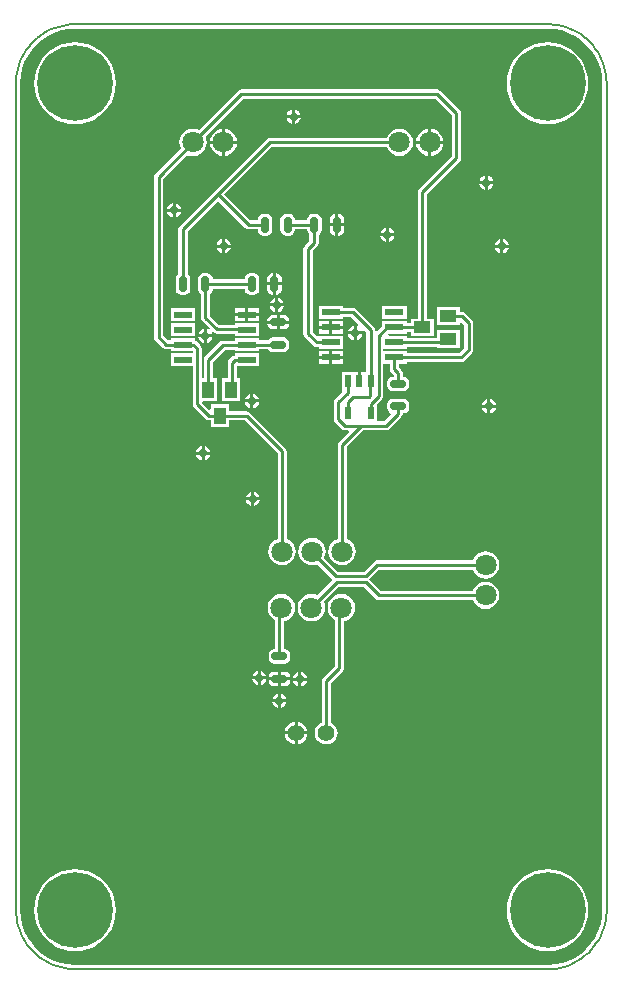
<source format=gtl>
%FSDAX24Y24*%
%MOIN*%
%SFA1B1*%

%IPPOS*%
%AMD10*
4,1,8,-0.025600,0.006900,-0.025600,-0.006900,-0.018700,-0.013800,0.018700,-0.013800,0.025600,-0.006900,0.025600,0.006900,0.018700,0.013800,-0.018700,0.013800,-0.025600,0.006900,0.0*
1,1,0.013800,-0.018700,0.006900*
1,1,0.013800,-0.018700,-0.006900*
1,1,0.013800,0.018700,-0.006900*
1,1,0.013800,0.018700,0.006900*
%
%AMD11*
4,1,8,-0.006900,-0.025600,0.006900,-0.025600,0.013800,-0.018700,0.013800,0.018700,0.006900,0.025600,-0.006900,0.025600,-0.013800,0.018700,-0.013800,-0.018700,-0.006900,-0.025600,0.0*
1,1,0.013800,-0.006900,-0.018700*
1,1,0.013800,0.006900,-0.018700*
1,1,0.013800,0.006900,0.018700*
1,1,0.013800,-0.006900,0.018700*
%
G04~CAMADD=10~8~0.0~0.0~276.0~512.0~69.0~0.0~15~0.0~0.0~0.0~0.0~0~0.0~0.0~0.0~0.0~0~0.0~0.0~0.0~90.0~512.0~276.0*
%ADD10D10*%
G04~CAMADD=11~8~0.0~0.0~276.0~512.0~69.0~0.0~15~0.0~0.0~0.0~0.0~0~0.0~0.0~0.0~0.0~0~0.0~0.0~0.0~180.0~276.0~512.0*
%ADD11D11*%
%ADD12R,0.055100X0.039400*%
%ADD13R,0.039400X0.055100*%
%ADD14R,0.061000X0.023600*%
%ADD15R,0.023600X0.041300*%
%ADD16C,0.010000*%
%ADD17C,0.007900*%
%ADD18C,0.055100*%
%ADD19C,0.070900*%
%ADD20C,0.252000*%
%ADD21C,0.027600*%
%LNcurrentsource-1*%
%LPD*%
G36*
X057325Y070710D02*
X057560Y070664D01*
X057786Y070587*
X058001Y070481*
X058200Y070348*
X058379Y070190*
X058537Y070011*
X058670Y069812*
X058776Y069597*
X058853Y069371*
X058899Y069136*
X058914Y068905*
X058913Y068898*
Y041339*
X058914Y041332*
X058899Y041100*
X058853Y040865*
X058776Y040639*
X058670Y040424*
X058537Y040226*
X058379Y040046*
X058200Y039888*
X058001Y039755*
X057786Y039650*
X057560Y039573*
X057325Y039526*
X057094Y039511*
X057087Y039512*
X041339*
X041332Y039511*
X041100Y039526*
X040865Y039573*
X040639Y039650*
X040424Y039755*
X040226Y039888*
X040046Y040046*
X039888Y040226*
X039755Y040424*
X039650Y040639*
X039573Y040865*
X039526Y041100*
X039511Y041332*
X039512Y041339*
Y068898*
X039511Y068904*
X039526Y069136*
X039573Y069371*
X039650Y069597*
X039755Y069812*
X039888Y070011*
X040046Y070190*
X040226Y070348*
X040424Y070481*
X040639Y070587*
X040865Y070664*
X041100Y070710*
X041332Y070725*
X041339Y070724*
X057087*
X057093Y070725*
X057325Y070710*
G37*
%LNcurrentsource-2*%
%LPC*%
G36*
X055180Y058373D02*
Y058190D01*
X055363*
X055354Y058233*
X055301Y058311*
X055223Y058364*
X055180Y058373*
G37*
G36*
X055080D02*
X055037Y058364D01*
X054959Y058311*
X054906Y058233*
X054897Y058190*
X055080*
Y058373*
G37*
G36*
X047463Y058260D02*
X047280D01*
Y058077*
X047323Y058086*
X047401Y058139*
X047454Y058217*
X047463Y058260*
G37*
G36*
X047465Y059902D02*
X046655D01*
Y059831*
X046625Y059825*
X046576Y059792*
X046476Y059692*
X046443Y059643*
X046431Y059584*
Y059059*
X046237*
Y058714*
X046231Y058683*
X046237Y058653*
Y058308*
X046831*
Y059059*
X046737*
Y059466*
X047465*
Y059902*
G37*
G36*
X049810Y059710D02*
X049455D01*
Y059542*
X049810*
Y059710*
G37*
G36*
X047280Y058543D02*
Y058360D01*
X047463*
X047454Y058403*
X047401Y058481*
X047323Y058534*
X047280Y058543*
G37*
G36*
X047180D02*
X047137Y058534D01*
X047059Y058481*
X047006Y058403*
X046997Y058360*
X047180*
Y058543*
G37*
G36*
X045560Y056803D02*
X045517Y056794D01*
X045439Y056741*
X045386Y056663*
X045377Y056620*
X045560*
Y056803*
G37*
G36*
X045843Y056520D02*
X045660D01*
Y056337*
X045703Y056346*
X045781Y056399*
X045834Y056477*
X045843Y056520*
G37*
G36*
X045560D02*
X045377D01*
X045386Y056477*
X045439Y056399*
X045517Y056346*
X045560Y056337*
Y056520*
G37*
G36*
X045660Y056803D02*
Y056620D01*
X045843*
X045834Y056663*
X045781Y056741*
X045703Y056794*
X045660Y056803*
G37*
G36*
X047180Y058260D02*
X046997D01*
X047006Y058217*
X047059Y058139*
X047137Y058086*
X047180Y058077*
Y058260*
G37*
G36*
X055363Y058090D02*
X055180D01*
Y057907*
X055223Y057916*
X055301Y057969*
X055354Y058047*
X055363Y058090*
G37*
G36*
X055080D02*
X054897D01*
X054906Y058047*
X054959Y057969*
X055037Y057916*
X055080Y057907*
Y058090*
G37*
G36*
X050265Y059710D02*
X049910D01*
Y059542*
X050265*
Y059710*
G37*
G36*
Y060710D02*
X049910D01*
Y060542*
X050265*
Y060710*
G37*
G36*
X049810D02*
X049455D01*
Y060542*
X049810*
Y060710*
G37*
G36*
X045630Y060713D02*
X045587Y060704D01*
X045509Y060651*
X045456Y060573*
X045447Y060530*
X045630*
Y060713*
G37*
G36*
X050620Y060813D02*
X050577Y060804D01*
X050499Y060751*
X050446Y060673*
X050437Y060630*
X050620*
Y060813*
G37*
G36*
X049810Y060978D02*
X049455D01*
Y060810*
X049810*
Y060978*
G37*
G36*
X048469Y060884D02*
X048160D01*
Y060693*
X048297*
X048363Y060706*
X048419Y060743*
X048456Y060799*
X048469Y060865*
Y060884*
G37*
G36*
X048060D02*
X047751D01*
Y060865*
X047764Y060799*
X047801Y060743*
X047857Y060706*
X047923Y060693*
X048060*
Y060884*
G37*
G36*
X045630Y060430D02*
X045447D01*
X045456Y060387*
X045509Y060309*
X045587Y060256*
X045630Y060247*
Y060430*
G37*
G36*
X050265Y059978D02*
X049910D01*
Y059810*
X050265*
Y059978*
G37*
G36*
X049810D02*
X049455D01*
Y059810*
X049810*
Y059978*
G37*
G36*
X045913Y060430D02*
X045730D01*
Y060247*
X045773Y060256*
X045851Y060309*
X045904Y060387*
X045913Y060430*
G37*
G36*
X045339Y060902D02*
X044529D01*
Y060466*
X045339*
Y060902*
G37*
G36*
X050903Y060530D02*
X050720D01*
Y060347*
X050763Y060356*
X050841Y060409*
X050894Y060487*
X050903Y060530*
G37*
G36*
X050620D02*
X050437D01*
X050446Y060487*
X050499Y060409*
X050577Y060356*
X050620Y060347*
Y060530*
G37*
G36*
X048100Y048553D02*
X048057Y048544D01*
X047979Y048491*
X047926Y048413*
X047917Y048370*
X048100*
Y048553*
G37*
G36*
X048383Y048270D02*
X048200D01*
Y048087*
X048243Y048096*
X048321Y048149*
X048374Y048227*
X048383Y048270*
G37*
G36*
X048100D02*
X047917D01*
X047926Y048227*
X047979Y048149*
X048057Y048096*
X048100Y048087*
Y048270*
G37*
G36*
X048200Y048553D02*
Y048370D01*
X048383*
X048374Y048413*
X048321Y048491*
X048243Y048544*
X048200Y048553*
G37*
G36*
X048780Y048990D02*
X048597D01*
X048606Y048947*
X048659Y048869*
X048737Y048816*
X048780Y048807*
Y048990*
G37*
G36*
X048509Y048996D02*
X048200D01*
Y048805*
X048337*
X048403Y048818*
X048459Y048855*
X048496Y048911*
X048509Y048977*
Y048996*
G37*
G36*
X048100D02*
X047791D01*
Y048977*
X047804Y048911*
X047841Y048855*
X047897Y048818*
X047963Y048805*
X048100*
Y048996*
G37*
G36*
X050213Y051878D02*
X050094Y051863D01*
X049983Y051817*
X049889Y051744*
X049816Y051649*
X049770Y051539*
X049754Y051420*
X049770Y051301*
X049816Y051191*
X049889Y051096*
X049983Y051023*
X049997Y051018*
Y049483*
X049604Y049091*
X049571Y049041*
X049560Y048983*
Y047587*
X049523Y047572*
X049445Y047512*
X049385Y047434*
X049347Y047342*
X049334Y047244*
X049347Y047146*
X049385Y047055*
X049445Y046976*
X049523Y046916*
X049615Y046878*
X049713Y046865*
X049811Y046878*
X049902Y046916*
X049980Y046976*
X050041Y047055*
X050079Y047146*
X050091Y047244*
X050079Y047342*
X050041Y047434*
X049980Y047512*
X049902Y047572*
X049866Y047587*
Y048919*
X050258Y049312*
X050291Y049361*
X050303Y049420*
Y050974*
X050331Y050977*
X050442Y051023*
X050537Y051096*
X050609Y051191*
X050655Y051301*
X050671Y051420*
X050655Y051539*
X050609Y051649*
X050537Y051744*
X050442Y051817*
X050331Y051863*
X050213Y051878*
G37*
G36*
X057087Y042703D02*
X056873Y042686D01*
X056665Y042636*
X056467Y042554*
X056285Y042442*
X056122Y042303*
X055983Y042140*
X055871Y041958*
X055789Y041760*
X055739Y041552*
X055723Y041339*
X055739Y041125*
X055789Y040917*
X055871Y040719*
X055983Y040537*
X056122Y040374*
X056285Y040235*
X056467Y040123*
X056665Y040041*
X056873Y039991*
X057087Y039975*
X057300Y039991*
X057508Y040041*
X057706Y040123*
X057888Y040235*
X058051Y040374*
X058190Y040537*
X058302Y040719*
X058384Y040917*
X058434Y041125*
X058451Y041339*
X058434Y041552*
X058384Y041760*
X058302Y041958*
X058190Y042140*
X058051Y042303*
X057888Y042442*
X057706Y042554*
X057508Y042636*
X057300Y042686*
X057087Y042703*
G37*
G36*
X041339D02*
X041125Y042686D01*
X040917Y042636*
X040719Y042554*
X040537Y042442*
X040374Y042303*
X040235Y042140*
X040123Y041958*
X040041Y041760*
X039991Y041552*
X039975Y041339*
X039991Y041125*
X040041Y040917*
X040123Y040719*
X040235Y040537*
X040374Y040374*
X040537Y040235*
X040719Y040123*
X040917Y040041*
X041125Y039991*
X041339Y039975*
X041552Y039991*
X041760Y040041*
X041958Y040123*
X042140Y040235*
X042303Y040374*
X042442Y040537*
X042554Y040719*
X042636Y040917*
X042686Y041125*
X042703Y041339*
X042686Y041552*
X042636Y041760*
X042554Y041958*
X042442Y042140*
X042303Y042303*
X042140Y042442*
X041958Y042554*
X041760Y042636*
X041552Y042686*
X041339Y042703*
G37*
G36*
X048663Y047194D02*
X048340D01*
X048347Y047146*
X048385Y047055*
X048445Y046976*
X048523Y046916*
X048615Y046878*
X048663Y046872*
Y047194*
G37*
G36*
X048763Y047616D02*
Y047294D01*
X049085*
X049079Y047342*
X049041Y047434*
X048980Y047512*
X048902Y047572*
X048811Y047610*
X048763Y047616*
G37*
G36*
X048663D02*
X048615Y047610D01*
X048523Y047572*
X048445Y047512*
X048385Y047434*
X048347Y047342*
X048340Y047294*
X048663*
Y047616*
G37*
G36*
X049085Y047194D02*
X048763D01*
Y046872*
X048811Y046878*
X048902Y046916*
X048980Y046976*
X049041Y047055*
X049079Y047146*
X049085Y047194*
G37*
G36*
X049063Y048990D02*
X048880D01*
Y048807*
X048923Y048816*
X049001Y048869*
X049054Y048947*
X049063Y048990*
G37*
G36*
X049240Y053748D02*
X049121Y053733D01*
X049011Y053687*
X048916Y053614*
X048843Y053519*
X048797Y053409*
X048782Y053290*
X048797Y053171*
X048843Y053061*
X048916Y052966*
X049011Y052893*
X049121Y052847*
X049240Y052832*
X049359Y052847*
X049414Y052870*
X049930Y052354*
X049407Y051831*
X049331Y051863*
X049213Y051878*
X049094Y051863*
X048983Y051817*
X048889Y051744*
X048816Y051649*
X048770Y051539*
X048754Y051420*
X048770Y051301*
X048816Y051191*
X048889Y051096*
X048983Y051023*
X049094Y050977*
X049213Y050962*
X049331Y050977*
X049442Y051023*
X049537Y051096*
X049609Y051191*
X049655Y051301*
X049671Y051420*
X049655Y051539*
X049624Y051615*
X050116Y052107*
X050967*
X051351Y051723*
X051400Y051690*
X051459Y051678*
X054592*
X054623Y051602*
X054696Y051507*
X054791Y051434*
X054901Y051389*
X055020Y051373*
X055139Y051389*
X055249Y051434*
X055344Y051507*
X055417Y051602*
X055463Y051713*
X055478Y051831*
X055463Y051950*
X055417Y052060*
X055344Y052155*
X055249Y052228*
X055139Y052274*
X055020Y052289*
X054901Y052274*
X054791Y052228*
X054696Y052155*
X054623Y052060*
X054592Y051984*
X051522*
X051141Y052365*
X051463Y052687*
X054592*
X054623Y052611*
X054696Y052516*
X054791Y052443*
X054901Y052397*
X055020Y052382*
X055139Y052397*
X055249Y052443*
X055344Y052516*
X055417Y052611*
X055463Y052721*
X055478Y052840*
X055463Y052959*
X055417Y053069*
X055344Y053164*
X055249Y053237*
X055139Y053283*
X055020Y053298*
X054901Y053283*
X054791Y053237*
X054696Y053164*
X054623Y053069*
X054592Y052993*
X051400*
X051341Y052981*
X051292Y052948*
X050957Y052613*
X050103*
X049642Y053074*
X049683Y053171*
X049698Y053290*
X049683Y053409*
X049637Y053519*
X049564Y053614*
X049469Y053687*
X049359Y053733*
X049240Y053748*
G37*
G36*
X048213Y051878D02*
X048094Y051863D01*
X047983Y051817*
X047889Y051744*
X047816Y051649*
X047770Y051539*
X047754Y051420*
X047770Y051301*
X047816Y051191*
X047889Y051096*
X047983Y051023*
X047997Y051018*
Y050035*
X047963*
X047897Y050022*
X047841Y049985*
X047804Y049929*
X047791Y049863*
Y049725*
X047804Y049659*
X047841Y049603*
X047897Y049566*
X047963Y049553*
X048337*
X048403Y049566*
X048459Y049603*
X048496Y049659*
X048509Y049725*
Y049863*
X048496Y049929*
X048459Y049985*
X048403Y050022*
X048337Y050035*
X048303*
Y050974*
X048331Y050977*
X048442Y051023*
X048537Y051096*
X048609Y051191*
X048655Y051301*
X048671Y051420*
X048655Y051539*
X048609Y051649*
X048537Y051744*
X048442Y051817*
X048331Y051863*
X048213Y051878*
G37*
G36*
X047530Y049313D02*
Y049130D01*
X047713*
X047704Y049173*
X047651Y049251*
X047573Y049304*
X047530Y049313*
G37*
G36*
X047210Y055000D02*
X047027D01*
X047036Y054957*
X047089Y054879*
X047167Y054826*
X047210Y054817*
Y055000*
G37*
G36*
X047310Y055283D02*
Y055100D01*
X047493*
X047484Y055143*
X047431Y055221*
X047353Y055274*
X047310Y055283*
G37*
G36*
X047210D02*
X047167Y055274D01*
X047089Y055221*
X047036Y055143*
X047027Y055100*
X047210*
Y055283*
G37*
G36*
X047493Y055000D02*
X047310D01*
Y054817*
X047353Y054826*
X047431Y054879*
X047484Y054957*
X047493Y055000*
G37*
G36*
X048780Y049273D02*
X048737Y049264D01*
X048659Y049211*
X048606Y049133*
X048597Y049090*
X048780*
Y049273*
G37*
G36*
X047713Y049030D02*
X047530D01*
Y048847*
X047573Y048856*
X047651Y048909*
X047704Y048987*
X047713Y049030*
G37*
G36*
X047430D02*
X047247D01*
X047256Y048987*
X047309Y048909*
X047387Y048856*
X047430Y048847*
Y049030*
G37*
G36*
X048880Y049273D02*
Y049090D01*
X049063*
X049054Y049133*
X049001Y049211*
X048923Y049264*
X048880Y049273*
G37*
G36*
X047430Y049313D02*
X047387Y049304D01*
X047309Y049251*
X047256Y049173*
X047247Y049130*
X047430*
Y049313*
G37*
G36*
X048337Y049287D02*
X048200D01*
Y049096*
X048509*
Y049115*
X048496Y049181*
X048459Y049237*
X048403Y049274*
X048337Y049287*
G37*
G36*
X048100D02*
X047963D01*
X047897Y049274*
X047841Y049237*
X047804Y049181*
X047791Y049115*
Y049096*
X048100*
Y049287*
G37*
G36*
X050265Y060978D02*
X049910D01*
Y060810*
X050265*
Y060978*
G37*
G36*
X044690Y064893D02*
Y064710D01*
X044873*
X044864Y064753*
X044811Y064831*
X044733Y064884*
X044690Y064893*
G37*
G36*
X044590D02*
X044547Y064884D01*
X044469Y064831*
X044416Y064753*
X044407Y064710*
X044590*
Y064893*
G37*
G36*
X044873Y064610D02*
X044690D01*
Y064427*
X044733Y064436*
X044811Y064489*
X044864Y064567*
X044873Y064610*
G37*
G36*
X055000Y065540D02*
X054817D01*
X054826Y065497*
X054879Y065419*
X054957Y065366*
X055000Y065357*
Y065540*
G37*
G36*
X055100Y065823D02*
Y065640D01*
X055283*
X055274Y065683*
X055221Y065761*
X055143Y065814*
X055100Y065823*
G37*
G36*
X055000D02*
X054957Y065814D01*
X054879Y065761*
X054826Y065683*
X054817Y065640*
X055000*
Y065823*
G37*
G36*
X055283Y065540D02*
X055100D01*
Y065357*
X055143Y065366*
X055221Y065419*
X055274Y065497*
X055283Y065540*
G37*
G36*
X051800Y064083D02*
Y063900D01*
X051983*
X051974Y063943*
X051921Y064021*
X051843Y064074*
X051800Y064083*
G37*
G36*
X051700D02*
X051657Y064074D01*
X051579Y064021*
X051526Y063943*
X051517Y063900*
X051700*
Y064083*
G37*
G36*
X050305Y064130D02*
X050114D01*
Y063821*
X050133*
X050199Y063834*
X050255Y063871*
X050292Y063927*
X050305Y063993*
Y064130*
G37*
G36*
X050014Y064539D02*
X049995D01*
X049929Y064526*
X049873Y064489*
X049836Y064433*
X049823Y064367*
Y064230*
X050014*
Y064539*
G37*
G36*
X044590Y064610D02*
X044407D01*
X044416Y064567*
X044469Y064489*
X044547Y064436*
X044590Y064427*
Y064610*
G37*
G36*
X049385Y064539D02*
X049247D01*
X049181Y064526*
X049125Y064489*
X049088Y064433*
X049075Y064367*
Y064333*
X048665*
Y064367*
X048652Y064433*
X048615Y064489*
X048559Y064526*
X048493Y064539*
X048355*
X048289Y064526*
X048233Y064489*
X048196Y064433*
X048183Y064367*
Y063993*
X048196Y063927*
X048233Y063871*
X048289Y063834*
X048355Y063821*
X048493*
X048559Y063834*
X048615Y063871*
X048652Y063927*
X048665Y063993*
Y064027*
X049075*
Y063993*
X049088Y063927*
X049125Y063871*
X049147Y063857*
Y063643*
X048992Y063488*
X048959Y063439*
X048947Y063380*
Y060550*
X048959Y060491*
X048992Y060442*
X049282Y060152*
X049331Y060119*
X049390Y060107*
X049455*
Y060042*
X050265*
Y060478*
X049455*
X049405Y060461*
X049253Y060613*
Y063317*
X049408Y063472*
X049441Y063521*
X049453Y063580*
Y063835*
X049507Y063871*
X049544Y063927*
X049557Y063993*
Y064367*
X049544Y064433*
X049507Y064489*
X049451Y064526*
X049385Y064539*
G37*
G36*
X050133D02*
X050114D01*
Y064230*
X050305*
Y064367*
X050292Y064433*
X050255Y064489*
X050199Y064526*
X050133Y064539*
G37*
G36*
X052150Y067387D02*
X052031Y067372D01*
X051920Y067326*
X051826Y067253*
X051753Y067158*
X051721Y067082*
X047829*
X047771Y067070*
X047721Y067037*
X045992Y065308*
X044828Y064144*
X044795Y064095*
X044783Y064036*
Y062544*
X044745Y062519*
X044708Y062463*
X044695Y062397*
Y062023*
X044708Y061957*
X044745Y061901*
X044801Y061864*
X044867Y061851*
X045005*
X045071Y061864*
X045127Y061901*
X045164Y061957*
X045177Y062023*
Y062397*
X045164Y062463*
X045127Y062519*
X045089Y062544*
Y063973*
X046100Y064984*
X047012Y064072*
X047061Y064039*
X047120Y064027*
X047435*
Y063993*
X047448Y063927*
X047485Y063871*
X047541Y063834*
X047607Y063821*
X047745*
X047811Y063834*
X047867Y063871*
X047904Y063927*
X047917Y063993*
Y064367*
X047904Y064433*
X047867Y064489*
X047811Y064526*
X047745Y064539*
X047607*
X047541Y064526*
X047485Y064489*
X047448Y064433*
X047435Y064367*
Y064333*
X047183*
X046316Y065200*
X047892Y066776*
X051721*
X051753Y066700*
X051826Y066605*
X051920Y066532*
X052031Y066487*
X052150Y066471*
X052268Y066487*
X052379Y066532*
X052474Y066605*
X052546Y066700*
X052592Y066811*
X052608Y066929*
X052592Y067048*
X052546Y067158*
X052474Y067253*
X052379Y067326*
X052268Y067372*
X052150Y067387*
G37*
G36*
X057087Y070262D02*
X056873Y070245D01*
X056665Y070195*
X056467Y070113*
X056285Y070001*
X056122Y069862*
X055983Y069699*
X055871Y069517*
X055789Y069319*
X055739Y069111*
X055723Y068898*
X055739Y068684*
X055789Y068476*
X055871Y068278*
X055983Y068096*
X056122Y067933*
X056285Y067794*
X056467Y067682*
X056665Y067600*
X056873Y067550*
X057087Y067534*
X057300Y067550*
X057508Y067600*
X057706Y067682*
X057888Y067794*
X058051Y067933*
X058190Y068096*
X058302Y068278*
X058384Y068476*
X058434Y068684*
X058451Y068898*
X058434Y069111*
X058384Y069319*
X058302Y069517*
X058190Y069699*
X058051Y069862*
X057888Y070001*
X057706Y070113*
X057508Y070195*
X057300Y070245*
X057087Y070262*
G37*
G36*
X041339D02*
X041125Y070245D01*
X040917Y070195*
X040719Y070113*
X040537Y070001*
X040374Y069862*
X040235Y069699*
X040123Y069517*
X040041Y069319*
X039991Y069111*
X039975Y068898*
X039991Y068684*
X040041Y068476*
X040123Y068278*
X040235Y068096*
X040374Y067933*
X040537Y067794*
X040719Y067682*
X040917Y067600*
X041125Y067550*
X041339Y067534*
X041552Y067550*
X041760Y067600*
X041958Y067682*
X042140Y067794*
X042303Y067933*
X042442Y068096*
X042554Y068278*
X042636Y068476*
X042686Y068684*
X042703Y068898*
X042686Y069111*
X042636Y069319*
X042554Y069517*
X042442Y069699*
X042303Y069862*
X042140Y070001*
X041958Y070113*
X041760Y070195*
X041552Y070245*
X041339Y070262*
G37*
G36*
X053208Y067381D02*
Y066979D01*
X053610*
X053601Y067048*
X053555Y067158*
X053482Y067253*
X053388Y067326*
X053277Y067372*
X053208Y067381*
G37*
G36*
X048570Y067740D02*
X048387D01*
X048396Y067697*
X048449Y067619*
X048527Y067566*
X048570Y067557*
Y067740*
G37*
G36*
X048670Y068023D02*
Y067840D01*
X048853*
X048844Y067883*
X048791Y067961*
X048713Y068014*
X048670Y068023*
G37*
G36*
X048570D02*
X048527Y068014D01*
X048449Y067961*
X048396Y067883*
X048387Y067840*
X048570*
Y068023*
G37*
G36*
X048853Y067740D02*
X048670D01*
Y067557*
X048713Y067566*
X048791Y067619*
X048844Y067697*
X048853Y067740*
G37*
G36*
X053108Y066879D02*
X052707D01*
X052716Y066811*
X052762Y066700*
X052834Y066605*
X052929Y066532*
X053040Y066487*
X053108Y066477*
Y066879*
G37*
G36*
X046736D02*
X046334D01*
Y066477*
X046403Y066487*
X046514Y066532*
X046608Y066605*
X046681Y066700*
X046727Y066811*
X046736Y066879*
G37*
G36*
X046234D02*
X045833D01*
X045842Y066811*
X045888Y066700*
X045960Y066605*
X046055Y066532*
X046166Y066487*
X046234Y066477*
Y066879*
G37*
G36*
X053610D02*
X053208D01*
Y066477*
X053277Y066487*
X053388Y066532*
X053482Y066605*
X053555Y066700*
X053601Y066811*
X053610Y066879*
G37*
G36*
X053108Y067381D02*
X053040Y067372D01*
X052929Y067326*
X052834Y067253*
X052762Y067158*
X052716Y067048*
X052707Y066979*
X053108*
Y067381*
G37*
G36*
X046334D02*
Y066979D01*
X046736*
X046727Y067048*
X046681Y067158*
X046608Y067253*
X046514Y067326*
X046403Y067372*
X046334Y067381*
G37*
G36*
X046234D02*
X046166Y067372D01*
X046055Y067326*
X045960Y067253*
X045888Y067158*
X045842Y067048*
X045833Y066979*
X046234*
Y067381*
G37*
G36*
X048010Y061460D02*
X047827D01*
X047836Y061417*
X047889Y061339*
X047967Y061286*
X048010Y061277*
Y061460*
G37*
G36*
X047465Y061402D02*
X047110D01*
Y061234*
X047465*
Y061402*
G37*
G36*
X047010D02*
X046655D01*
Y061234*
X047010*
Y061402*
G37*
G36*
X048293Y061460D02*
X048110D01*
Y061277*
X048153Y061286*
X048231Y061339*
X048284Y061417*
X048293Y061460*
G37*
G36*
X047934Y062160D02*
X047743D01*
Y062023*
X047756Y061957*
X047793Y061901*
X047849Y061864*
X047915Y061851*
X047934*
Y062160*
G37*
G36*
X048110Y061743D02*
Y061560D01*
X048293*
X048284Y061603*
X048231Y061681*
X048153Y061734*
X048110Y061743*
G37*
G36*
X048010D02*
X047967Y061734D01*
X047889Y061681*
X047836Y061603*
X047827Y061560*
X048010*
Y061743*
G37*
G36*
X047010Y061134D02*
X046655D01*
Y060966*
X047010*
Y061134*
G37*
G36*
X045339Y061402D02*
X044529D01*
Y060966*
X045339*
Y061402*
G37*
G36*
X053410Y068693D02*
X046886D01*
X046828Y068681*
X046778Y068648*
X045470Y067340*
X045394Y067372*
X045276Y067387*
X045157Y067372*
X045046Y067326*
X044952Y067253*
X044879Y067158*
X044833Y067048*
X044817Y066929*
X044833Y066811*
X044865Y066734*
X044012Y065882*
X043979Y065832*
X043967Y065774*
Y060450*
X043979Y060391*
X044012Y060342*
X044278Y060076*
X044327Y060043*
X044386Y060031*
X044529*
Y059966*
X045257*
Y059902*
X044529*
Y059466*
X045257*
Y058210*
X045269Y058151*
X045302Y058102*
X045695Y057709*
X045744Y057676*
X045803Y057664*
X045863*
Y057442*
X046457*
Y057664*
X046990*
X048087Y056567*
Y053718*
X048011Y053687*
X047916Y053614*
X047843Y053519*
X047797Y053409*
X047782Y053290*
X047797Y053171*
X047843Y053061*
X047916Y052966*
X048011Y052893*
X048121Y052847*
X048240Y052832*
X048359Y052847*
X048469Y052893*
X048564Y052966*
X048637Y053061*
X048683Y053171*
X048698Y053290*
X048683Y053409*
X048637Y053519*
X048564Y053614*
X048469Y053687*
X048393Y053718*
Y056630*
X048381Y056689*
X048348Y056738*
X047161Y057925*
X047111Y057958*
X047053Y057970*
X046457*
Y058193*
X045863*
Y058038*
X045817Y058019*
X045579Y058258*
X045599Y058308*
X046083*
Y059059*
X045939*
Y059623*
X046323Y060007*
X046655*
Y059966*
X047465*
Y060031*
X047777*
X047801Y059995*
X047857Y059958*
X047923Y059945*
X048297*
X048363Y059958*
X048419Y059995*
X048456Y060051*
X048469Y060117*
Y060255*
X048456Y060321*
X048419Y060377*
X048363Y060414*
X048297Y060427*
X047923*
X047857Y060414*
X047801Y060377*
X047775Y060337*
X047465*
Y060402*
X046655*
Y060313*
X046260*
X046201Y060301*
X046152Y060268*
X045678Y059794*
X045645Y059745*
X045633Y059686*
Y059059*
X045563*
Y060060*
X045551Y060119*
X045518Y060168*
X045394Y060292*
X045345Y060325*
X045339Y060326*
Y060402*
X044529*
Y060337*
X044449*
X044273Y060513*
Y065710*
X045081Y066518*
X045157Y066487*
X045276Y066471*
X045394Y066487*
X045505Y066532*
X045600Y066605*
X045672Y066700*
X045718Y066811*
X045734Y066929*
X045718Y067048*
X045687Y067124*
X046950Y068387*
X053347*
X053897Y067837*
Y066473*
X052809Y065385*
X052776Y065336*
X052764Y065277*
Y061057*
X052541*
Y060913*
X052391*
Y060978*
X051581*
Y060807*
X051390Y060616*
X051340Y060637*
Y060663*
X051328Y060722*
X051295Y060772*
X050698Y061368*
X050649Y061401*
X050590Y061413*
X050265*
Y061478*
X049455*
Y061042*
X050265*
Y061107*
X050527*
X050771Y060862*
X050770Y060853*
X050720Y060819*
Y060630*
X050909*
X050943Y060680*
X050952Y060681*
X051034Y060600*
Y059278*
X050863*
Y058972*
X050763*
Y059278*
X050220*
Y058665*
X050228*
X050249Y058615*
X050002Y058368*
X049969Y058319*
X049957Y058260*
Y057700*
X049969Y057642*
X050002Y057592*
X050222Y057372*
X050272Y057339*
X050330Y057327*
X050445*
X050465Y057281*
X050132Y056948*
X050099Y056899*
X050087Y056840*
Y053718*
X050011Y053687*
X049916Y053614*
X049843Y053519*
X049797Y053409*
X049782Y053290*
X049797Y053171*
X049843Y053061*
X049916Y052966*
X050011Y052893*
X050121Y052847*
X050240Y052832*
X050359Y052847*
X050469Y052893*
X050564Y052966*
X050637Y053061*
X050683Y053171*
X050698Y053290*
X050683Y053409*
X050637Y053519*
X050564Y053614*
X050469Y053687*
X050393Y053718*
Y056777*
X050943Y057327*
X051710*
X051769Y057339*
X051818Y057372*
X051832Y057393*
X052218Y057779*
X052251Y057829*
X052263Y057887*
Y057895*
X052297*
X052363Y057908*
X052419Y057945*
X052456Y058001*
X052469Y058067*
Y058205*
X052456Y058271*
X052419Y058327*
X052363Y058364*
X052297Y058377*
X051923*
X051857Y058364*
X051801Y058327*
X051764Y058271*
X051751Y058205*
Y058067*
X051764Y058001*
X051801Y057945*
X051849Y057913*
X051866Y057859*
X051640Y057633*
X051405*
Y058215*
X051438Y058249*
X051568Y058379*
X051601Y058429*
X051613Y058487*
Y059542*
X051833*
Y059374*
X051845Y059315*
X051878Y059266*
X051957Y059187*
Y059125*
X051923*
X051857Y059112*
X051801Y059075*
X051764Y059019*
X051751Y058953*
Y058815*
X051764Y058749*
X051801Y058693*
X051857Y058656*
X051923Y058643*
X052297*
X052363Y058656*
X052419Y058693*
X052456Y058749*
X052469Y058815*
Y058953*
X052456Y059019*
X052419Y059075*
X052363Y059112*
X052297Y059125*
X052263*
Y059250*
X052251Y059309*
X052218Y059358*
X052139Y059437*
Y059542*
X052391*
Y059607*
X054200*
X054259Y059619*
X054308Y059652*
X054568Y059912*
X054601Y059961*
X054613Y060020*
Y060900*
X054601Y060959*
X054568Y061008*
X054334Y061242*
X054285Y061275*
X054226Y061287*
X054159*
Y061431*
X053408*
Y060837*
X054159*
Y060914*
X054209Y060935*
X054307Y060837*
Y060083*
X054137Y059913*
X052391*
Y059978*
X051613*
Y060042*
X052391*
Y060107*
X053408*
Y060089*
X054159*
Y060683*
X053408*
Y060413*
X052391*
Y060478*
X051793*
X051768Y060528*
X051777Y060542*
X052391*
Y060607*
X052541*
Y060463*
X053293*
Y061057*
X053070*
Y065214*
X054158Y066302*
X054191Y066351*
X054203Y066410*
Y067900*
X054191Y067959*
X054158Y068008*
X053518Y068648*
X053469Y068681*
X053410Y068693*
G37*
G36*
X047465Y061134D02*
X047110D01*
Y060966*
X047465*
Y061134*
G37*
G36*
X052391Y061478D02*
X051581D01*
Y061042*
X052391*
Y061478*
G37*
G36*
X048297Y061175D02*
X048160D01*
Y060984*
X048469*
Y061003*
X048456Y061069*
X048419Y061125*
X048363Y061162*
X048297Y061175*
G37*
G36*
X048060D02*
X047923D01*
X047857Y061162*
X047801Y061125*
X047764Y061069*
X047751Y061003*
Y060984*
X048060*
Y061175*
G37*
G36*
X048225Y062160D02*
X048034D01*
Y061851*
X048053*
X048119Y061864*
X048175Y061901*
X048212Y061957*
X048225Y062023*
Y062160*
G37*
G36*
X055510Y063703D02*
X055467Y063694D01*
X055389Y063641*
X055336Y063563*
X055327Y063520*
X055510*
Y063703*
G37*
G36*
X046340D02*
Y063520D01*
X046523*
X046514Y063563*
X046461Y063641*
X046383Y063694*
X046340Y063703*
G37*
G36*
X046240D02*
X046197Y063694D01*
X046119Y063641*
X046066Y063563*
X046057Y063520*
X046240*
Y063703*
G37*
G36*
X055610D02*
Y063520D01*
X055793*
X055784Y063563*
X055731Y063641*
X055653Y063694*
X055610Y063703*
G37*
G36*
X050014Y064130D02*
X049823D01*
Y063993*
X049836Y063927*
X049873Y063871*
X049929Y063834*
X049995Y063821*
X050014*
Y064130*
G37*
G36*
X051983Y063800D02*
X051800D01*
Y063617*
X051843Y063626*
X051921Y063679*
X051974Y063757*
X051983Y063800*
G37*
G36*
X051700D02*
X051517D01*
X051526Y063757*
X051579Y063679*
X051657Y063626*
X051700Y063617*
Y063800*
G37*
G36*
X047305Y062569D02*
X047167D01*
X047101Y062556*
X047045Y062519*
X047008Y062463*
X046995Y062397*
Y062363*
X045925*
Y062397*
X045912Y062463*
X045875Y062519*
X045819Y062556*
X045753Y062569*
X045615*
X045549Y062556*
X045493Y062519*
X045456Y062463*
X045443Y062397*
Y062023*
X045456Y061957*
X045493Y061901*
X045531Y061876*
Y061086*
X045543Y061027*
X045576Y060978*
X045823Y060730*
X045792Y060691*
X045773Y060704*
X045730Y060713*
Y060530*
X045913*
X045904Y060573*
X045891Y060592*
X045930Y060623*
X045962Y060592*
X046011Y060559*
X046070Y060547*
X046655*
Y060466*
X047465*
Y060902*
X046655*
Y060853*
X046133*
X045837Y061149*
Y061876*
X045875Y061901*
X045912Y061957*
X045925Y062023*
Y062057*
X046995*
Y062023*
X047008Y061957*
X047045Y061901*
X047101Y061864*
X047167Y061851*
X047305*
X047371Y061864*
X047427Y061901*
X047464Y061957*
X047477Y062023*
Y062397*
X047464Y062463*
X047427Y062519*
X047371Y062556*
X047305Y062569*
G37*
G36*
X048053D02*
X048034D01*
Y062260*
X048225*
Y062397*
X048212Y062463*
X048175Y062519*
X048119Y062556*
X048053Y062569*
G37*
G36*
X047934D02*
X047915D01*
X047849Y062556*
X047793Y062519*
X047756Y062463*
X047743Y062397*
Y062260*
X047934*
Y062569*
G37*
G36*
X046240Y063420D02*
X046057D01*
X046066Y063377*
X046119Y063299*
X046197Y063246*
X046240Y063237*
Y063420*
G37*
G36*
X055793D02*
X055610D01*
Y063237*
X055653Y063246*
X055731Y063299*
X055784Y063377*
X055793Y063420*
G37*
G36*
X055510D02*
X055327D01*
X055336Y063377*
X055389Y063299*
X055467Y063246*
X055510Y063237*
Y063420*
G37*
G36*
X046523D02*
X046340D01*
Y063237*
X046383Y063246*
X046461Y063299*
X046514Y063377*
X046523Y063420*
G37*
%LNcurrentsource-3*%
%LPD*%
G54D10*
X048110Y060934D03*
Y060186D03*
X052110Y058884D03*
Y058136D03*
X048150Y049046D03*
Y049794D03*
G54D11*
X047236Y062210D03*
X047984D03*
X045684D03*
X044936D03*
X047676Y064180D03*
X048424D03*
X049316D03*
X050064D03*
G54D12*
X053783Y061134D03*
Y060386D03*
X052917Y060760D03*
G54D13*
X045786Y058683D03*
X046534D03*
X046160Y057817D03*
G54D14*
X049860Y060760D03*
Y061260D03*
Y060260D03*
Y059760D03*
X051986Y061260D03*
Y060760D03*
Y059760D03*
Y060260D03*
X047060Y060184D03*
Y059684D03*
Y060684D03*
Y061184D03*
X044934Y059684D03*
Y060184D03*
Y061184D03*
Y060684D03*
G54D15*
X050439Y057909D03*
X051187D03*
X050439Y058972D03*
X050813D03*
X051187D03*
G54D16*
X049300Y064164D02*
X049316Y064180D01*
X049300Y063580D02*
Y064164D01*
X049100Y063380D02*
X049300Y063580D01*
X049100Y060550D02*
Y063380D01*
Y060550D02*
X049390Y060260D01*
X049860*
X048424Y064180D02*
X049316D01*
X046100Y065200D02*
X047829Y066929D01*
X044936Y064036D02*
X046100Y065200D01*
X047120Y064180D02*
X047676D01*
X046100Y065200D02*
X047120Y064180D01*
X044936Y062210D02*
Y064036D01*
X046886Y068540D02*
X053410D01*
X045276Y066929D02*
X046886Y068540D01*
X053410D02*
X054050Y067900D01*
Y066410D02*
Y067900D01*
X052917Y065277D02*
X054050Y066410D01*
X052917Y060760D02*
Y065277D01*
X047829Y066929D02*
X052150D01*
X044120Y060450D02*
Y065774D01*
X045276Y066929*
X047053Y057817D02*
X048240Y056630D01*
Y053290D02*
Y056630D01*
X051703Y057480D02*
X051710D01*
X050880D02*
X051703D01*
X050330D02*
X050880D01*
X050240Y056840D02*
X050880Y057480D01*
X050240Y053290D02*
Y056840D01*
X050150Y049420D02*
Y051420D01*
X049713Y048983D02*
X050150Y049420D01*
X049713Y047244D02*
Y048983D01*
X051030Y052260D02*
X051459Y051831D01*
X050053Y052260D02*
X051030D01*
X049213Y051420D02*
X050053Y052260D01*
X051459Y051831D02*
X055020D01*
X049240Y053260D02*
Y053290D01*
Y053260D02*
X050040Y052460D01*
X051020*
X051400Y052840*
X055020*
X044120Y060450D02*
X044386Y060184D01*
X044934*
X050110Y057700D02*
Y058260D01*
Y057700D02*
X050330Y057480D01*
X050110Y058260D02*
X050439Y058589D01*
Y058972*
X051460Y060470D02*
X051750Y060760D01*
X051187Y058214D02*
X051460Y058487D01*
Y060470*
X051750Y060760D02*
X051986D01*
X051187Y057909D02*
Y058214D01*
X051180Y058965D02*
X051187Y058972D01*
X051180Y058490D02*
Y058965D01*
X051120Y058430D02*
X051180Y058490D01*
X050600Y058430D02*
X051120D01*
X050440Y058270D02*
X050600Y058430D01*
X050440Y057910D02*
Y058270D01*
X050439Y057909D02*
X050440Y057910D01*
X051187Y058972D02*
Y060663D01*
X050590Y061260D02*
X051187Y060663D01*
X051986Y059760D02*
X054200D01*
X054460Y060020*
Y060900*
X054226Y061134D02*
X054460Y060900D01*
X053783Y061134D02*
X054226D01*
X051986Y060260D02*
X053657D01*
X053783Y060386*
X051986Y060760D02*
X052917D01*
X051986Y059374D02*
Y059760D01*
Y059374D02*
X052110Y059250D01*
Y058884D02*
Y059250D01*
X051703Y057480D02*
X052110Y057887D01*
Y058136*
X049860Y061260D02*
X050590D01*
X045684Y062210D02*
X047236D01*
X047044Y060700D02*
X047060Y060684D01*
X046070Y060700D02*
X047044D01*
X045684Y061086D02*
X046070Y060700D01*
X045684Y061086D02*
Y062210D01*
X045803Y057817D02*
X046160D01*
X045410Y058210D02*
X045803Y057817D01*
X046160D02*
X047053D01*
X048150Y049794D02*
Y051420D01*
X045410Y058210D02*
Y060060D01*
X045286Y060184D02*
X045410Y060060D01*
X044934Y060184D02*
X045286D01*
X045636Y058683D02*
X045786Y058833D01*
Y059686*
X046260Y060160*
X046584Y058883D02*
Y059584D01*
X046684Y059684*
X047060*
X046384Y058683D02*
X046584Y058883D01*
X048108Y060184D02*
X048110Y060186D01*
X047060Y060184D02*
X048108D01*
X047036Y060160D02*
X047060Y060184D01*
X046260Y060160D02*
X047036D01*
G54D17*
X039370Y041340D02*
D01*
X039374Y041202*
X039389Y041065*
X039413Y040930*
X039446Y040797*
X039488Y040666*
X039540Y040539*
X039600Y040415*
X039669Y040296*
X039746Y040182*
X039830Y040074*
X039922Y039972*
X040021Y039876*
X040126Y039788*
X040237Y039707*
X040354Y039634*
X040475Y039570*
X040601Y039514*
X040730Y039467*
X040862Y039429*
X040997Y039400*
X041133Y039381*
X041270Y039372*
X041339Y039371*
X057087D02*
D01*
X057224Y039375*
X057361Y039390*
X057496Y039414*
X057629Y039447*
X057760Y039489*
X057887Y039541*
X058011Y039601*
X058130Y039670*
X058244Y039747*
X058352Y039831*
X058454Y039923*
X058550Y040022*
X058638Y040127*
X058719Y040238*
X058792Y040355*
X058856Y040476*
X058912Y040602*
X058959Y040731*
X058997Y040863*
X059026Y040998*
X059045Y041134*
X059054Y041271*
X059055Y041340*
Y068899D02*
D01*
X059050Y069036*
X059035Y069173*
X059011Y069308*
X058978Y069441*
X058936Y069572*
X058884Y069699*
X058824Y069823*
X058755Y069942*
X058678Y070056*
X058594Y070164*
X058502Y070266*
X058403Y070362*
X058298Y070450*
X058187Y070531*
X058070Y070604*
X057949Y070668*
X057823Y070724*
X057694Y070771*
X057562Y070809*
X057427Y070838*
X057291Y070857*
X057154Y070866*
X057087Y070868*
X041339D02*
D01*
X041201Y070863*
X041064Y070848*
X040929Y070824*
X040796Y070791*
X040665Y070749*
X040538Y070697*
X040414Y070637*
X040295Y070568*
X040181Y070491*
X040073Y070407*
X039971Y070315*
X039875Y070216*
X039787Y070111*
X039706Y070000*
X039633Y069883*
X039569Y069762*
X039513Y069636*
X039466Y069507*
X039428Y069375*
X039399Y069240*
X039380Y069104*
X039371Y068967*
X039370Y068899*
Y041340D02*
Y068899D01*
X041339Y039371D02*
X057087Y039372D01*
X059055Y068899D02*
Y041340D01*
X041339Y070868D02*
X057087D01*
G54D18*
X048713Y047244D03*
X049713D03*
G54D19*
X048213Y051420D03*
X049213D03*
X050213D03*
X045276Y066929D03*
X046284D03*
X052150D03*
X053158D03*
X050240Y053290D03*
X049240D03*
X048240D03*
X055020Y052840D03*
Y051831D03*
G54D20*
X041339Y068898D03*
X057087D03*
Y041339D03*
X041339D03*
G54D21*
X045680Y060480D03*
X050670Y060580D03*
X048060Y061510D03*
X047230Y058310D03*
X047480Y049080D03*
X048150Y048320D03*
X048830Y049040D03*
X047260Y055050D03*
X045610Y056570D03*
X046290Y063470D03*
X044640Y064660D03*
X048620Y067790D03*
X051750Y063850D03*
X055130Y058140D03*
X055560Y063470D03*
X055050Y065590D03*
M02*
</source>
